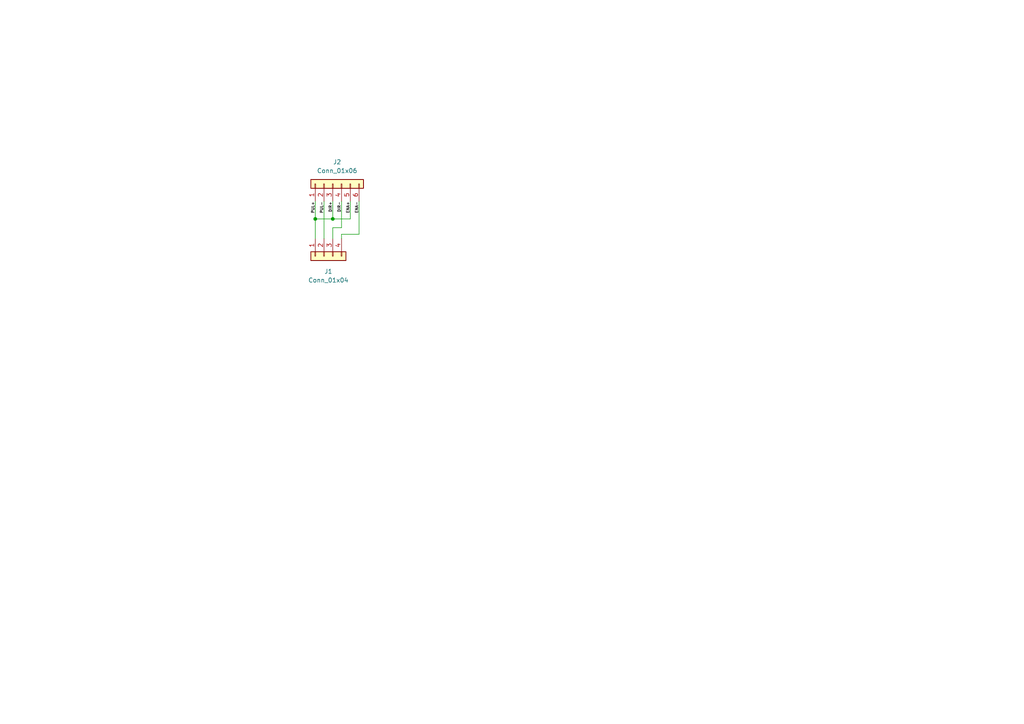
<source format=kicad_sch>
(kicad_sch (version 20211123) (generator eeschema)
  (paper "A4")
  (lib_symbols
    (symbol "Connector_Generic:Conn_01x04" (pin_names (offset 1.016) hide)
      (property "Reference" "J" (at 0 5.08 0))
      (property "Value" "Conn_01x04" (at 0 -7.62 0))
      (symbol "Conn_01x04_1_1"
        (rectangle (start -1.27 -4.953) (end 0 -5.207) (stroke (width 0.1524)))
        (rectangle (start -1.27 -2.413) (end 0 -2.667) (stroke (width 0.1524)))
        (rectangle (start -1.27 0.127) (end 0 -0.127) (stroke (width 0.1524)))
        (rectangle (start -1.27 2.667) (end 0 2.413) (stroke (width 0.1524)))
        (rectangle (start -1.27 3.81) (end 1.27 -6.35) (stroke (width 0.254)) (fill (type background)))
        (pin passive line (at -5.08 2.54 0) (length 3.81) (name "Pin_1") (number "1"))
        (pin passive line (at -5.08 0 0) (length 3.81) (name "Pin_2") (number "2"))
        (pin passive line (at -5.08 -2.54 0) (length 3.81) (name "Pin_3") (number "3"))
        (pin passive line (at -5.08 -5.08 0) (length 3.81) (name "Pin_4") (number "4"))
      )
    )
    (symbol "Connector_Generic:Conn_01x06" (pin_names (offset 1.016) hide)
      (property "Reference" "J" (at 0 7.62 0))
      (property "Value" "Conn_01x06" (at 0 -10.16 0))
      (symbol "Conn_01x06_1_1"
        (rectangle (start -1.27 -7.493) (end 0 -7.747) (stroke (width 0.1524)))
        (rectangle (start -1.27 -4.953) (end 0 -5.207) (stroke (width 0.1524)))
        (rectangle (start -1.27 -2.413) (end 0 -2.667) (stroke (width 0.1524)))
        (rectangle (start -1.27 0.127) (end 0 -0.127) (stroke (width 0.1524)))
        (rectangle (start -1.27 2.667) (end 0 2.413) (stroke (width 0.1524)))
        (rectangle (start -1.27 5.207) (end 0 4.953) (stroke (width 0.1524)))
        (rectangle (start -1.27 6.35) (end 1.27 -8.89) (stroke (width 0.254)) (fill (type background)))
        (pin passive line (at -5.08 5.08 0) (length 3.81) (name "Pin_1") (number "1"))
        (pin passive line (at -5.08 2.54 0) (length 3.81) (name "Pin_2") (number "2"))
        (pin passive line (at -5.08 0 0) (length 3.81) (name "Pin_3") (number "3"))
        (pin passive line (at -5.08 -2.54 0) (length 3.81) (name "Pin_4") (number "4"))
        (pin passive line (at -5.08 -5.08 0) (length 3.81) (name "Pin_5") (number "5"))
        (pin passive line (at -5.08 -7.62 0) (length 3.81) (name "Pin_6") (number "6"))
      )
    )
  )
  (junction (at 91.44 63.5))
  (junction (at 96.52 63.5))
  (wire (pts (xy 96.52 58.42) (xy 96.52 63.5)))
  (wire (pts (xy 96.52 63.5) (xy 101.6 63.5)))
  (wire (pts (xy 104.14 67.945) (xy 99.06 67.945)))
  (wire (pts (xy 104.14 58.42) (xy 104.14 67.945)))
  (wire (pts (xy 96.52 66.04) (xy 96.52 69.215)))
  (wire (pts (xy 91.44 58.42) (xy 91.44 63.5)))
  (wire (pts (xy 91.44 63.5) (xy 91.44 69.215)))
  (wire (pts (xy 101.6 63.5) (xy 101.6 58.42)))
  (wire (pts (xy 91.44 63.5) (xy 96.52 63.5)))
  (wire (pts (xy 99.06 58.42) (xy 99.06 66.04)))
  (wire (pts (xy 99.06 66.04) (xy 96.52 66.04)))
  (wire (pts (xy 93.98 58.42) (xy 93.98 69.215)))
  (wire (pts (xy 99.06 67.945) (xy 99.06 69.215)))
  (label "ENA-" (at 104.14 58.42 270) (effects (font (size 0.8 0.8))))
  (label "PUL+" (at 91.44 58.42 270) (effects (font (size 0.8 0.8))))
  (label "DIR-" (at 99.06 58.42 270) (effects (font (size 0.8 0.8))))
  (label "PUL-" (at 93.98 58.42 270) (effects (font (size 0.8 0.8))))
  (label "DIR+" (at 96.52 58.42 270) (effects (font (size 0.8 0.8))))
  (label "ENA+" (at 101.6 58.42 270) (effects (font (size 0.8 0.8))))
  (symbol (lib_id "Connector_Generic:Conn_01x04") (at 93.98 74.295 90) (mirror x) (unit 1)
    (property "Reference" "J1" (at 95.25 78.74 90))
    (property "Value" "Conn_01x04" (at 95.25 81.28 90))
    (property "Footprint" "Connector_JST:JST_EH_S4B-EH_1x04_P2.50mm_Horizontal" (effects hide))
  )
  (symbol (lib_id "Connector_Generic:Conn_01x06") (at 96.52 53.34 90) (unit 1)
    (property "Reference" "J2" (at 97.79 46.99 90))
    (property "Value" "Conn_01x06" (at 97.79 49.53 90))
    (property "Footprint" "Connector_Phoenix_MSTB:PhoenixContact_MSTBVA_2,5_6-G_1x06_P5.00mm_Vertical" (effects hide))
  )
)
</source>
